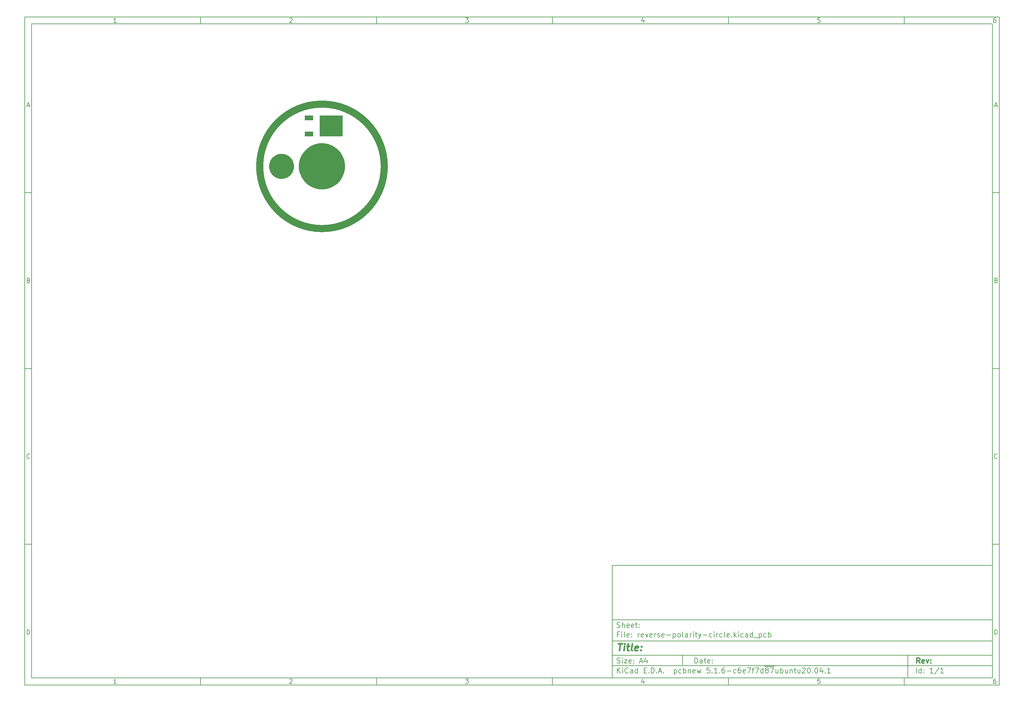
<source format=gbr>
G04 #@! TF.GenerationSoftware,KiCad,Pcbnew,5.1.6-c6e7f7d~87~ubuntu20.04.1*
G04 #@! TF.CreationDate,2020-08-14T09:14:16+02:00*
G04 #@! TF.ProjectId,reverse-polarity-circle,72657665-7273-4652-9d70-6f6c61726974,rev?*
G04 #@! TF.SameCoordinates,Original*
G04 #@! TF.FileFunction,Soldermask,Top*
G04 #@! TF.FilePolarity,Negative*
%FSLAX46Y46*%
G04 Gerber Fmt 4.6, Leading zero omitted, Abs format (unit mm)*
G04 Created by KiCad (PCBNEW 5.1.6-c6e7f7d~87~ubuntu20.04.1) date 2020-08-14 09:14:16*
%MOMM*%
%LPD*%
G01*
G04 APERTURE LIST*
%ADD10C,0.100000*%
%ADD11C,0.150000*%
%ADD12C,0.300000*%
%ADD13C,0.400000*%
%ADD14C,2.000000*%
G04 APERTURE END LIST*
D10*
D11*
X177002200Y-166007200D02*
X177002200Y-198007200D01*
X285002200Y-198007200D01*
X285002200Y-166007200D01*
X177002200Y-166007200D01*
D10*
D11*
X10000000Y-10000000D02*
X10000000Y-200007200D01*
X287002200Y-200007200D01*
X287002200Y-10000000D01*
X10000000Y-10000000D01*
D10*
D11*
X12000000Y-12000000D02*
X12000000Y-198007200D01*
X285002200Y-198007200D01*
X285002200Y-12000000D01*
X12000000Y-12000000D01*
D10*
D11*
X60000000Y-12000000D02*
X60000000Y-10000000D01*
D10*
D11*
X110000000Y-12000000D02*
X110000000Y-10000000D01*
D10*
D11*
X160000000Y-12000000D02*
X160000000Y-10000000D01*
D10*
D11*
X210000000Y-12000000D02*
X210000000Y-10000000D01*
D10*
D11*
X260000000Y-12000000D02*
X260000000Y-10000000D01*
D10*
D11*
X36065476Y-11588095D02*
X35322619Y-11588095D01*
X35694047Y-11588095D02*
X35694047Y-10288095D01*
X35570238Y-10473809D01*
X35446428Y-10597619D01*
X35322619Y-10659523D01*
D10*
D11*
X85322619Y-10411904D02*
X85384523Y-10350000D01*
X85508333Y-10288095D01*
X85817857Y-10288095D01*
X85941666Y-10350000D01*
X86003571Y-10411904D01*
X86065476Y-10535714D01*
X86065476Y-10659523D01*
X86003571Y-10845238D01*
X85260714Y-11588095D01*
X86065476Y-11588095D01*
D10*
D11*
X135260714Y-10288095D02*
X136065476Y-10288095D01*
X135632142Y-10783333D01*
X135817857Y-10783333D01*
X135941666Y-10845238D01*
X136003571Y-10907142D01*
X136065476Y-11030952D01*
X136065476Y-11340476D01*
X136003571Y-11464285D01*
X135941666Y-11526190D01*
X135817857Y-11588095D01*
X135446428Y-11588095D01*
X135322619Y-11526190D01*
X135260714Y-11464285D01*
D10*
D11*
X185941666Y-10721428D02*
X185941666Y-11588095D01*
X185632142Y-10226190D02*
X185322619Y-11154761D01*
X186127380Y-11154761D01*
D10*
D11*
X236003571Y-10288095D02*
X235384523Y-10288095D01*
X235322619Y-10907142D01*
X235384523Y-10845238D01*
X235508333Y-10783333D01*
X235817857Y-10783333D01*
X235941666Y-10845238D01*
X236003571Y-10907142D01*
X236065476Y-11030952D01*
X236065476Y-11340476D01*
X236003571Y-11464285D01*
X235941666Y-11526190D01*
X235817857Y-11588095D01*
X235508333Y-11588095D01*
X235384523Y-11526190D01*
X235322619Y-11464285D01*
D10*
D11*
X285941666Y-10288095D02*
X285694047Y-10288095D01*
X285570238Y-10350000D01*
X285508333Y-10411904D01*
X285384523Y-10597619D01*
X285322619Y-10845238D01*
X285322619Y-11340476D01*
X285384523Y-11464285D01*
X285446428Y-11526190D01*
X285570238Y-11588095D01*
X285817857Y-11588095D01*
X285941666Y-11526190D01*
X286003571Y-11464285D01*
X286065476Y-11340476D01*
X286065476Y-11030952D01*
X286003571Y-10907142D01*
X285941666Y-10845238D01*
X285817857Y-10783333D01*
X285570238Y-10783333D01*
X285446428Y-10845238D01*
X285384523Y-10907142D01*
X285322619Y-11030952D01*
D10*
D11*
X60000000Y-198007200D02*
X60000000Y-200007200D01*
D10*
D11*
X110000000Y-198007200D02*
X110000000Y-200007200D01*
D10*
D11*
X160000000Y-198007200D02*
X160000000Y-200007200D01*
D10*
D11*
X210000000Y-198007200D02*
X210000000Y-200007200D01*
D10*
D11*
X260000000Y-198007200D02*
X260000000Y-200007200D01*
D10*
D11*
X36065476Y-199595295D02*
X35322619Y-199595295D01*
X35694047Y-199595295D02*
X35694047Y-198295295D01*
X35570238Y-198481009D01*
X35446428Y-198604819D01*
X35322619Y-198666723D01*
D10*
D11*
X85322619Y-198419104D02*
X85384523Y-198357200D01*
X85508333Y-198295295D01*
X85817857Y-198295295D01*
X85941666Y-198357200D01*
X86003571Y-198419104D01*
X86065476Y-198542914D01*
X86065476Y-198666723D01*
X86003571Y-198852438D01*
X85260714Y-199595295D01*
X86065476Y-199595295D01*
D10*
D11*
X135260714Y-198295295D02*
X136065476Y-198295295D01*
X135632142Y-198790533D01*
X135817857Y-198790533D01*
X135941666Y-198852438D01*
X136003571Y-198914342D01*
X136065476Y-199038152D01*
X136065476Y-199347676D01*
X136003571Y-199471485D01*
X135941666Y-199533390D01*
X135817857Y-199595295D01*
X135446428Y-199595295D01*
X135322619Y-199533390D01*
X135260714Y-199471485D01*
D10*
D11*
X185941666Y-198728628D02*
X185941666Y-199595295D01*
X185632142Y-198233390D02*
X185322619Y-199161961D01*
X186127380Y-199161961D01*
D10*
D11*
X236003571Y-198295295D02*
X235384523Y-198295295D01*
X235322619Y-198914342D01*
X235384523Y-198852438D01*
X235508333Y-198790533D01*
X235817857Y-198790533D01*
X235941666Y-198852438D01*
X236003571Y-198914342D01*
X236065476Y-199038152D01*
X236065476Y-199347676D01*
X236003571Y-199471485D01*
X235941666Y-199533390D01*
X235817857Y-199595295D01*
X235508333Y-199595295D01*
X235384523Y-199533390D01*
X235322619Y-199471485D01*
D10*
D11*
X285941666Y-198295295D02*
X285694047Y-198295295D01*
X285570238Y-198357200D01*
X285508333Y-198419104D01*
X285384523Y-198604819D01*
X285322619Y-198852438D01*
X285322619Y-199347676D01*
X285384523Y-199471485D01*
X285446428Y-199533390D01*
X285570238Y-199595295D01*
X285817857Y-199595295D01*
X285941666Y-199533390D01*
X286003571Y-199471485D01*
X286065476Y-199347676D01*
X286065476Y-199038152D01*
X286003571Y-198914342D01*
X285941666Y-198852438D01*
X285817857Y-198790533D01*
X285570238Y-198790533D01*
X285446428Y-198852438D01*
X285384523Y-198914342D01*
X285322619Y-199038152D01*
D10*
D11*
X10000000Y-60000000D02*
X12000000Y-60000000D01*
D10*
D11*
X10000000Y-110000000D02*
X12000000Y-110000000D01*
D10*
D11*
X10000000Y-160000000D02*
X12000000Y-160000000D01*
D10*
D11*
X10690476Y-35216666D02*
X11309523Y-35216666D01*
X10566666Y-35588095D02*
X11000000Y-34288095D01*
X11433333Y-35588095D01*
D10*
D11*
X11092857Y-84907142D02*
X11278571Y-84969047D01*
X11340476Y-85030952D01*
X11402380Y-85154761D01*
X11402380Y-85340476D01*
X11340476Y-85464285D01*
X11278571Y-85526190D01*
X11154761Y-85588095D01*
X10659523Y-85588095D01*
X10659523Y-84288095D01*
X11092857Y-84288095D01*
X11216666Y-84350000D01*
X11278571Y-84411904D01*
X11340476Y-84535714D01*
X11340476Y-84659523D01*
X11278571Y-84783333D01*
X11216666Y-84845238D01*
X11092857Y-84907142D01*
X10659523Y-84907142D01*
D10*
D11*
X11402380Y-135464285D02*
X11340476Y-135526190D01*
X11154761Y-135588095D01*
X11030952Y-135588095D01*
X10845238Y-135526190D01*
X10721428Y-135402380D01*
X10659523Y-135278571D01*
X10597619Y-135030952D01*
X10597619Y-134845238D01*
X10659523Y-134597619D01*
X10721428Y-134473809D01*
X10845238Y-134350000D01*
X11030952Y-134288095D01*
X11154761Y-134288095D01*
X11340476Y-134350000D01*
X11402380Y-134411904D01*
D10*
D11*
X10659523Y-185588095D02*
X10659523Y-184288095D01*
X10969047Y-184288095D01*
X11154761Y-184350000D01*
X11278571Y-184473809D01*
X11340476Y-184597619D01*
X11402380Y-184845238D01*
X11402380Y-185030952D01*
X11340476Y-185278571D01*
X11278571Y-185402380D01*
X11154761Y-185526190D01*
X10969047Y-185588095D01*
X10659523Y-185588095D01*
D10*
D11*
X287002200Y-60000000D02*
X285002200Y-60000000D01*
D10*
D11*
X287002200Y-110000000D02*
X285002200Y-110000000D01*
D10*
D11*
X287002200Y-160000000D02*
X285002200Y-160000000D01*
D10*
D11*
X285692676Y-35216666D02*
X286311723Y-35216666D01*
X285568866Y-35588095D02*
X286002200Y-34288095D01*
X286435533Y-35588095D01*
D10*
D11*
X286095057Y-84907142D02*
X286280771Y-84969047D01*
X286342676Y-85030952D01*
X286404580Y-85154761D01*
X286404580Y-85340476D01*
X286342676Y-85464285D01*
X286280771Y-85526190D01*
X286156961Y-85588095D01*
X285661723Y-85588095D01*
X285661723Y-84288095D01*
X286095057Y-84288095D01*
X286218866Y-84350000D01*
X286280771Y-84411904D01*
X286342676Y-84535714D01*
X286342676Y-84659523D01*
X286280771Y-84783333D01*
X286218866Y-84845238D01*
X286095057Y-84907142D01*
X285661723Y-84907142D01*
D10*
D11*
X286404580Y-135464285D02*
X286342676Y-135526190D01*
X286156961Y-135588095D01*
X286033152Y-135588095D01*
X285847438Y-135526190D01*
X285723628Y-135402380D01*
X285661723Y-135278571D01*
X285599819Y-135030952D01*
X285599819Y-134845238D01*
X285661723Y-134597619D01*
X285723628Y-134473809D01*
X285847438Y-134350000D01*
X286033152Y-134288095D01*
X286156961Y-134288095D01*
X286342676Y-134350000D01*
X286404580Y-134411904D01*
D10*
D11*
X285661723Y-185588095D02*
X285661723Y-184288095D01*
X285971247Y-184288095D01*
X286156961Y-184350000D01*
X286280771Y-184473809D01*
X286342676Y-184597619D01*
X286404580Y-184845238D01*
X286404580Y-185030952D01*
X286342676Y-185278571D01*
X286280771Y-185402380D01*
X286156961Y-185526190D01*
X285971247Y-185588095D01*
X285661723Y-185588095D01*
D10*
D11*
X200434342Y-193785771D02*
X200434342Y-192285771D01*
X200791485Y-192285771D01*
X201005771Y-192357200D01*
X201148628Y-192500057D01*
X201220057Y-192642914D01*
X201291485Y-192928628D01*
X201291485Y-193142914D01*
X201220057Y-193428628D01*
X201148628Y-193571485D01*
X201005771Y-193714342D01*
X200791485Y-193785771D01*
X200434342Y-193785771D01*
X202577200Y-193785771D02*
X202577200Y-193000057D01*
X202505771Y-192857200D01*
X202362914Y-192785771D01*
X202077200Y-192785771D01*
X201934342Y-192857200D01*
X202577200Y-193714342D02*
X202434342Y-193785771D01*
X202077200Y-193785771D01*
X201934342Y-193714342D01*
X201862914Y-193571485D01*
X201862914Y-193428628D01*
X201934342Y-193285771D01*
X202077200Y-193214342D01*
X202434342Y-193214342D01*
X202577200Y-193142914D01*
X203077200Y-192785771D02*
X203648628Y-192785771D01*
X203291485Y-192285771D02*
X203291485Y-193571485D01*
X203362914Y-193714342D01*
X203505771Y-193785771D01*
X203648628Y-193785771D01*
X204720057Y-193714342D02*
X204577200Y-193785771D01*
X204291485Y-193785771D01*
X204148628Y-193714342D01*
X204077200Y-193571485D01*
X204077200Y-193000057D01*
X204148628Y-192857200D01*
X204291485Y-192785771D01*
X204577200Y-192785771D01*
X204720057Y-192857200D01*
X204791485Y-193000057D01*
X204791485Y-193142914D01*
X204077200Y-193285771D01*
X205434342Y-193642914D02*
X205505771Y-193714342D01*
X205434342Y-193785771D01*
X205362914Y-193714342D01*
X205434342Y-193642914D01*
X205434342Y-193785771D01*
X205434342Y-192857200D02*
X205505771Y-192928628D01*
X205434342Y-193000057D01*
X205362914Y-192928628D01*
X205434342Y-192857200D01*
X205434342Y-193000057D01*
D10*
D11*
X177002200Y-194507200D02*
X285002200Y-194507200D01*
D10*
D11*
X178434342Y-196585771D02*
X178434342Y-195085771D01*
X179291485Y-196585771D02*
X178648628Y-195728628D01*
X179291485Y-195085771D02*
X178434342Y-195942914D01*
X179934342Y-196585771D02*
X179934342Y-195585771D01*
X179934342Y-195085771D02*
X179862914Y-195157200D01*
X179934342Y-195228628D01*
X180005771Y-195157200D01*
X179934342Y-195085771D01*
X179934342Y-195228628D01*
X181505771Y-196442914D02*
X181434342Y-196514342D01*
X181220057Y-196585771D01*
X181077200Y-196585771D01*
X180862914Y-196514342D01*
X180720057Y-196371485D01*
X180648628Y-196228628D01*
X180577200Y-195942914D01*
X180577200Y-195728628D01*
X180648628Y-195442914D01*
X180720057Y-195300057D01*
X180862914Y-195157200D01*
X181077200Y-195085771D01*
X181220057Y-195085771D01*
X181434342Y-195157200D01*
X181505771Y-195228628D01*
X182791485Y-196585771D02*
X182791485Y-195800057D01*
X182720057Y-195657200D01*
X182577200Y-195585771D01*
X182291485Y-195585771D01*
X182148628Y-195657200D01*
X182791485Y-196514342D02*
X182648628Y-196585771D01*
X182291485Y-196585771D01*
X182148628Y-196514342D01*
X182077200Y-196371485D01*
X182077200Y-196228628D01*
X182148628Y-196085771D01*
X182291485Y-196014342D01*
X182648628Y-196014342D01*
X182791485Y-195942914D01*
X184148628Y-196585771D02*
X184148628Y-195085771D01*
X184148628Y-196514342D02*
X184005771Y-196585771D01*
X183720057Y-196585771D01*
X183577200Y-196514342D01*
X183505771Y-196442914D01*
X183434342Y-196300057D01*
X183434342Y-195871485D01*
X183505771Y-195728628D01*
X183577200Y-195657200D01*
X183720057Y-195585771D01*
X184005771Y-195585771D01*
X184148628Y-195657200D01*
X186005771Y-195800057D02*
X186505771Y-195800057D01*
X186720057Y-196585771D02*
X186005771Y-196585771D01*
X186005771Y-195085771D01*
X186720057Y-195085771D01*
X187362914Y-196442914D02*
X187434342Y-196514342D01*
X187362914Y-196585771D01*
X187291485Y-196514342D01*
X187362914Y-196442914D01*
X187362914Y-196585771D01*
X188077200Y-196585771D02*
X188077200Y-195085771D01*
X188434342Y-195085771D01*
X188648628Y-195157200D01*
X188791485Y-195300057D01*
X188862914Y-195442914D01*
X188934342Y-195728628D01*
X188934342Y-195942914D01*
X188862914Y-196228628D01*
X188791485Y-196371485D01*
X188648628Y-196514342D01*
X188434342Y-196585771D01*
X188077200Y-196585771D01*
X189577200Y-196442914D02*
X189648628Y-196514342D01*
X189577200Y-196585771D01*
X189505771Y-196514342D01*
X189577200Y-196442914D01*
X189577200Y-196585771D01*
X190220057Y-196157200D02*
X190934342Y-196157200D01*
X190077200Y-196585771D02*
X190577200Y-195085771D01*
X191077200Y-196585771D01*
X191577200Y-196442914D02*
X191648628Y-196514342D01*
X191577200Y-196585771D01*
X191505771Y-196514342D01*
X191577200Y-196442914D01*
X191577200Y-196585771D01*
X194577200Y-195585771D02*
X194577200Y-197085771D01*
X194577200Y-195657200D02*
X194720057Y-195585771D01*
X195005771Y-195585771D01*
X195148628Y-195657200D01*
X195220057Y-195728628D01*
X195291485Y-195871485D01*
X195291485Y-196300057D01*
X195220057Y-196442914D01*
X195148628Y-196514342D01*
X195005771Y-196585771D01*
X194720057Y-196585771D01*
X194577200Y-196514342D01*
X196577200Y-196514342D02*
X196434342Y-196585771D01*
X196148628Y-196585771D01*
X196005771Y-196514342D01*
X195934342Y-196442914D01*
X195862914Y-196300057D01*
X195862914Y-195871485D01*
X195934342Y-195728628D01*
X196005771Y-195657200D01*
X196148628Y-195585771D01*
X196434342Y-195585771D01*
X196577200Y-195657200D01*
X197220057Y-196585771D02*
X197220057Y-195085771D01*
X197220057Y-195657200D02*
X197362914Y-195585771D01*
X197648628Y-195585771D01*
X197791485Y-195657200D01*
X197862914Y-195728628D01*
X197934342Y-195871485D01*
X197934342Y-196300057D01*
X197862914Y-196442914D01*
X197791485Y-196514342D01*
X197648628Y-196585771D01*
X197362914Y-196585771D01*
X197220057Y-196514342D01*
X198577200Y-195585771D02*
X198577200Y-196585771D01*
X198577200Y-195728628D02*
X198648628Y-195657200D01*
X198791485Y-195585771D01*
X199005771Y-195585771D01*
X199148628Y-195657200D01*
X199220057Y-195800057D01*
X199220057Y-196585771D01*
X200505771Y-196514342D02*
X200362914Y-196585771D01*
X200077200Y-196585771D01*
X199934342Y-196514342D01*
X199862914Y-196371485D01*
X199862914Y-195800057D01*
X199934342Y-195657200D01*
X200077200Y-195585771D01*
X200362914Y-195585771D01*
X200505771Y-195657200D01*
X200577200Y-195800057D01*
X200577200Y-195942914D01*
X199862914Y-196085771D01*
X201077200Y-195585771D02*
X201362914Y-196585771D01*
X201648628Y-195871485D01*
X201934342Y-196585771D01*
X202220057Y-195585771D01*
X204648628Y-195085771D02*
X203934342Y-195085771D01*
X203862914Y-195800057D01*
X203934342Y-195728628D01*
X204077200Y-195657200D01*
X204434342Y-195657200D01*
X204577200Y-195728628D01*
X204648628Y-195800057D01*
X204720057Y-195942914D01*
X204720057Y-196300057D01*
X204648628Y-196442914D01*
X204577200Y-196514342D01*
X204434342Y-196585771D01*
X204077200Y-196585771D01*
X203934342Y-196514342D01*
X203862914Y-196442914D01*
X205362914Y-196442914D02*
X205434342Y-196514342D01*
X205362914Y-196585771D01*
X205291485Y-196514342D01*
X205362914Y-196442914D01*
X205362914Y-196585771D01*
X206862914Y-196585771D02*
X206005771Y-196585771D01*
X206434342Y-196585771D02*
X206434342Y-195085771D01*
X206291485Y-195300057D01*
X206148628Y-195442914D01*
X206005771Y-195514342D01*
X207505771Y-196442914D02*
X207577200Y-196514342D01*
X207505771Y-196585771D01*
X207434342Y-196514342D01*
X207505771Y-196442914D01*
X207505771Y-196585771D01*
X208862914Y-195085771D02*
X208577200Y-195085771D01*
X208434342Y-195157200D01*
X208362914Y-195228628D01*
X208220057Y-195442914D01*
X208148628Y-195728628D01*
X208148628Y-196300057D01*
X208220057Y-196442914D01*
X208291485Y-196514342D01*
X208434342Y-196585771D01*
X208720057Y-196585771D01*
X208862914Y-196514342D01*
X208934342Y-196442914D01*
X209005771Y-196300057D01*
X209005771Y-195942914D01*
X208934342Y-195800057D01*
X208862914Y-195728628D01*
X208720057Y-195657200D01*
X208434342Y-195657200D01*
X208291485Y-195728628D01*
X208220057Y-195800057D01*
X208148628Y-195942914D01*
X209648628Y-196014342D02*
X210791485Y-196014342D01*
X212148628Y-196514342D02*
X212005771Y-196585771D01*
X211720057Y-196585771D01*
X211577200Y-196514342D01*
X211505771Y-196442914D01*
X211434342Y-196300057D01*
X211434342Y-195871485D01*
X211505771Y-195728628D01*
X211577200Y-195657200D01*
X211720057Y-195585771D01*
X212005771Y-195585771D01*
X212148628Y-195657200D01*
X213434342Y-195085771D02*
X213148628Y-195085771D01*
X213005771Y-195157200D01*
X212934342Y-195228628D01*
X212791485Y-195442914D01*
X212720057Y-195728628D01*
X212720057Y-196300057D01*
X212791485Y-196442914D01*
X212862914Y-196514342D01*
X213005771Y-196585771D01*
X213291485Y-196585771D01*
X213434342Y-196514342D01*
X213505771Y-196442914D01*
X213577200Y-196300057D01*
X213577200Y-195942914D01*
X213505771Y-195800057D01*
X213434342Y-195728628D01*
X213291485Y-195657200D01*
X213005771Y-195657200D01*
X212862914Y-195728628D01*
X212791485Y-195800057D01*
X212720057Y-195942914D01*
X214791485Y-196514342D02*
X214648628Y-196585771D01*
X214362914Y-196585771D01*
X214220057Y-196514342D01*
X214148628Y-196371485D01*
X214148628Y-195800057D01*
X214220057Y-195657200D01*
X214362914Y-195585771D01*
X214648628Y-195585771D01*
X214791485Y-195657200D01*
X214862914Y-195800057D01*
X214862914Y-195942914D01*
X214148628Y-196085771D01*
X215362914Y-195085771D02*
X216362914Y-195085771D01*
X215720057Y-196585771D01*
X216720057Y-195585771D02*
X217291485Y-195585771D01*
X216934342Y-196585771D02*
X216934342Y-195300057D01*
X217005771Y-195157200D01*
X217148628Y-195085771D01*
X217291485Y-195085771D01*
X217648628Y-195085771D02*
X218648628Y-195085771D01*
X218005771Y-196585771D01*
X219862914Y-196585771D02*
X219862914Y-195085771D01*
X219862914Y-196514342D02*
X219720057Y-196585771D01*
X219434342Y-196585771D01*
X219291485Y-196514342D01*
X219220057Y-196442914D01*
X219148628Y-196300057D01*
X219148628Y-195871485D01*
X219220057Y-195728628D01*
X219291485Y-195657200D01*
X219434342Y-195585771D01*
X219720057Y-195585771D01*
X219862914Y-195657200D01*
X220220057Y-194677200D02*
X221648628Y-194677200D01*
X220791485Y-195728628D02*
X220648628Y-195657200D01*
X220577200Y-195585771D01*
X220505771Y-195442914D01*
X220505771Y-195371485D01*
X220577200Y-195228628D01*
X220648628Y-195157200D01*
X220791485Y-195085771D01*
X221077200Y-195085771D01*
X221220057Y-195157200D01*
X221291485Y-195228628D01*
X221362914Y-195371485D01*
X221362914Y-195442914D01*
X221291485Y-195585771D01*
X221220057Y-195657200D01*
X221077200Y-195728628D01*
X220791485Y-195728628D01*
X220648628Y-195800057D01*
X220577200Y-195871485D01*
X220505771Y-196014342D01*
X220505771Y-196300057D01*
X220577200Y-196442914D01*
X220648628Y-196514342D01*
X220791485Y-196585771D01*
X221077200Y-196585771D01*
X221220057Y-196514342D01*
X221291485Y-196442914D01*
X221362914Y-196300057D01*
X221362914Y-196014342D01*
X221291485Y-195871485D01*
X221220057Y-195800057D01*
X221077200Y-195728628D01*
X221648628Y-194677200D02*
X223077200Y-194677200D01*
X221862914Y-195085771D02*
X222862914Y-195085771D01*
X222220057Y-196585771D01*
X224077200Y-195585771D02*
X224077200Y-196585771D01*
X223434342Y-195585771D02*
X223434342Y-196371485D01*
X223505771Y-196514342D01*
X223648628Y-196585771D01*
X223862914Y-196585771D01*
X224005771Y-196514342D01*
X224077200Y-196442914D01*
X224791485Y-196585771D02*
X224791485Y-195085771D01*
X224791485Y-195657200D02*
X224934342Y-195585771D01*
X225220057Y-195585771D01*
X225362914Y-195657200D01*
X225434342Y-195728628D01*
X225505771Y-195871485D01*
X225505771Y-196300057D01*
X225434342Y-196442914D01*
X225362914Y-196514342D01*
X225220057Y-196585771D01*
X224934342Y-196585771D01*
X224791485Y-196514342D01*
X226791485Y-195585771D02*
X226791485Y-196585771D01*
X226148628Y-195585771D02*
X226148628Y-196371485D01*
X226220057Y-196514342D01*
X226362914Y-196585771D01*
X226577200Y-196585771D01*
X226720057Y-196514342D01*
X226791485Y-196442914D01*
X227505771Y-195585771D02*
X227505771Y-196585771D01*
X227505771Y-195728628D02*
X227577200Y-195657200D01*
X227720057Y-195585771D01*
X227934342Y-195585771D01*
X228077200Y-195657200D01*
X228148628Y-195800057D01*
X228148628Y-196585771D01*
X228648628Y-195585771D02*
X229220057Y-195585771D01*
X228862914Y-195085771D02*
X228862914Y-196371485D01*
X228934342Y-196514342D01*
X229077200Y-196585771D01*
X229220057Y-196585771D01*
X230362914Y-195585771D02*
X230362914Y-196585771D01*
X229720057Y-195585771D02*
X229720057Y-196371485D01*
X229791485Y-196514342D01*
X229934342Y-196585771D01*
X230148628Y-196585771D01*
X230291485Y-196514342D01*
X230362914Y-196442914D01*
X231005771Y-195228628D02*
X231077200Y-195157200D01*
X231220057Y-195085771D01*
X231577200Y-195085771D01*
X231720057Y-195157200D01*
X231791485Y-195228628D01*
X231862914Y-195371485D01*
X231862914Y-195514342D01*
X231791485Y-195728628D01*
X230934342Y-196585771D01*
X231862914Y-196585771D01*
X232791485Y-195085771D02*
X232934342Y-195085771D01*
X233077200Y-195157200D01*
X233148628Y-195228628D01*
X233220057Y-195371485D01*
X233291485Y-195657200D01*
X233291485Y-196014342D01*
X233220057Y-196300057D01*
X233148628Y-196442914D01*
X233077200Y-196514342D01*
X232934342Y-196585771D01*
X232791485Y-196585771D01*
X232648628Y-196514342D01*
X232577200Y-196442914D01*
X232505771Y-196300057D01*
X232434342Y-196014342D01*
X232434342Y-195657200D01*
X232505771Y-195371485D01*
X232577200Y-195228628D01*
X232648628Y-195157200D01*
X232791485Y-195085771D01*
X233934342Y-196442914D02*
X234005771Y-196514342D01*
X233934342Y-196585771D01*
X233862914Y-196514342D01*
X233934342Y-196442914D01*
X233934342Y-196585771D01*
X234934342Y-195085771D02*
X235077200Y-195085771D01*
X235220057Y-195157200D01*
X235291485Y-195228628D01*
X235362914Y-195371485D01*
X235434342Y-195657200D01*
X235434342Y-196014342D01*
X235362914Y-196300057D01*
X235291485Y-196442914D01*
X235220057Y-196514342D01*
X235077200Y-196585771D01*
X234934342Y-196585771D01*
X234791485Y-196514342D01*
X234720057Y-196442914D01*
X234648628Y-196300057D01*
X234577200Y-196014342D01*
X234577200Y-195657200D01*
X234648628Y-195371485D01*
X234720057Y-195228628D01*
X234791485Y-195157200D01*
X234934342Y-195085771D01*
X236720057Y-195585771D02*
X236720057Y-196585771D01*
X236362914Y-195014342D02*
X236005771Y-196085771D01*
X236934342Y-196085771D01*
X237505771Y-196442914D02*
X237577199Y-196514342D01*
X237505771Y-196585771D01*
X237434342Y-196514342D01*
X237505771Y-196442914D01*
X237505771Y-196585771D01*
X239005771Y-196585771D02*
X238148628Y-196585771D01*
X238577200Y-196585771D02*
X238577200Y-195085771D01*
X238434342Y-195300057D01*
X238291485Y-195442914D01*
X238148628Y-195514342D01*
D10*
D11*
X177002200Y-191507200D02*
X285002200Y-191507200D01*
D10*
D12*
X264411485Y-193785771D02*
X263911485Y-193071485D01*
X263554342Y-193785771D02*
X263554342Y-192285771D01*
X264125771Y-192285771D01*
X264268628Y-192357200D01*
X264340057Y-192428628D01*
X264411485Y-192571485D01*
X264411485Y-192785771D01*
X264340057Y-192928628D01*
X264268628Y-193000057D01*
X264125771Y-193071485D01*
X263554342Y-193071485D01*
X265625771Y-193714342D02*
X265482914Y-193785771D01*
X265197200Y-193785771D01*
X265054342Y-193714342D01*
X264982914Y-193571485D01*
X264982914Y-193000057D01*
X265054342Y-192857200D01*
X265197200Y-192785771D01*
X265482914Y-192785771D01*
X265625771Y-192857200D01*
X265697200Y-193000057D01*
X265697200Y-193142914D01*
X264982914Y-193285771D01*
X266197200Y-192785771D02*
X266554342Y-193785771D01*
X266911485Y-192785771D01*
X267482914Y-193642914D02*
X267554342Y-193714342D01*
X267482914Y-193785771D01*
X267411485Y-193714342D01*
X267482914Y-193642914D01*
X267482914Y-193785771D01*
X267482914Y-192857200D02*
X267554342Y-192928628D01*
X267482914Y-193000057D01*
X267411485Y-192928628D01*
X267482914Y-192857200D01*
X267482914Y-193000057D01*
D10*
D11*
X178362914Y-193714342D02*
X178577200Y-193785771D01*
X178934342Y-193785771D01*
X179077200Y-193714342D01*
X179148628Y-193642914D01*
X179220057Y-193500057D01*
X179220057Y-193357200D01*
X179148628Y-193214342D01*
X179077200Y-193142914D01*
X178934342Y-193071485D01*
X178648628Y-193000057D01*
X178505771Y-192928628D01*
X178434342Y-192857200D01*
X178362914Y-192714342D01*
X178362914Y-192571485D01*
X178434342Y-192428628D01*
X178505771Y-192357200D01*
X178648628Y-192285771D01*
X179005771Y-192285771D01*
X179220057Y-192357200D01*
X179862914Y-193785771D02*
X179862914Y-192785771D01*
X179862914Y-192285771D02*
X179791485Y-192357200D01*
X179862914Y-192428628D01*
X179934342Y-192357200D01*
X179862914Y-192285771D01*
X179862914Y-192428628D01*
X180434342Y-192785771D02*
X181220057Y-192785771D01*
X180434342Y-193785771D01*
X181220057Y-193785771D01*
X182362914Y-193714342D02*
X182220057Y-193785771D01*
X181934342Y-193785771D01*
X181791485Y-193714342D01*
X181720057Y-193571485D01*
X181720057Y-193000057D01*
X181791485Y-192857200D01*
X181934342Y-192785771D01*
X182220057Y-192785771D01*
X182362914Y-192857200D01*
X182434342Y-193000057D01*
X182434342Y-193142914D01*
X181720057Y-193285771D01*
X183077200Y-193642914D02*
X183148628Y-193714342D01*
X183077200Y-193785771D01*
X183005771Y-193714342D01*
X183077200Y-193642914D01*
X183077200Y-193785771D01*
X183077200Y-192857200D02*
X183148628Y-192928628D01*
X183077200Y-193000057D01*
X183005771Y-192928628D01*
X183077200Y-192857200D01*
X183077200Y-193000057D01*
X184862914Y-193357200D02*
X185577200Y-193357200D01*
X184720057Y-193785771D02*
X185220057Y-192285771D01*
X185720057Y-193785771D01*
X186862914Y-192785771D02*
X186862914Y-193785771D01*
X186505771Y-192214342D02*
X186148628Y-193285771D01*
X187077200Y-193285771D01*
D10*
D11*
X263434342Y-196585771D02*
X263434342Y-195085771D01*
X264791485Y-196585771D02*
X264791485Y-195085771D01*
X264791485Y-196514342D02*
X264648628Y-196585771D01*
X264362914Y-196585771D01*
X264220057Y-196514342D01*
X264148628Y-196442914D01*
X264077200Y-196300057D01*
X264077200Y-195871485D01*
X264148628Y-195728628D01*
X264220057Y-195657200D01*
X264362914Y-195585771D01*
X264648628Y-195585771D01*
X264791485Y-195657200D01*
X265505771Y-196442914D02*
X265577200Y-196514342D01*
X265505771Y-196585771D01*
X265434342Y-196514342D01*
X265505771Y-196442914D01*
X265505771Y-196585771D01*
X265505771Y-195657200D02*
X265577200Y-195728628D01*
X265505771Y-195800057D01*
X265434342Y-195728628D01*
X265505771Y-195657200D01*
X265505771Y-195800057D01*
X268148628Y-196585771D02*
X267291485Y-196585771D01*
X267720057Y-196585771D02*
X267720057Y-195085771D01*
X267577200Y-195300057D01*
X267434342Y-195442914D01*
X267291485Y-195514342D01*
X269862914Y-195014342D02*
X268577200Y-196942914D01*
X271148628Y-196585771D02*
X270291485Y-196585771D01*
X270720057Y-196585771D02*
X270720057Y-195085771D01*
X270577200Y-195300057D01*
X270434342Y-195442914D01*
X270291485Y-195514342D01*
D10*
D11*
X177002200Y-187507200D02*
X285002200Y-187507200D01*
D10*
D13*
X178714580Y-188211961D02*
X179857438Y-188211961D01*
X179036009Y-190211961D02*
X179286009Y-188211961D01*
X180274104Y-190211961D02*
X180440771Y-188878628D01*
X180524104Y-188211961D02*
X180416961Y-188307200D01*
X180500295Y-188402438D01*
X180607438Y-188307200D01*
X180524104Y-188211961D01*
X180500295Y-188402438D01*
X181107438Y-188878628D02*
X181869342Y-188878628D01*
X181476485Y-188211961D02*
X181262200Y-189926247D01*
X181333628Y-190116723D01*
X181512200Y-190211961D01*
X181702676Y-190211961D01*
X182655057Y-190211961D02*
X182476485Y-190116723D01*
X182405057Y-189926247D01*
X182619342Y-188211961D01*
X184190771Y-190116723D02*
X183988390Y-190211961D01*
X183607438Y-190211961D01*
X183428866Y-190116723D01*
X183357438Y-189926247D01*
X183452676Y-189164342D01*
X183571723Y-188973866D01*
X183774104Y-188878628D01*
X184155057Y-188878628D01*
X184333628Y-188973866D01*
X184405057Y-189164342D01*
X184381247Y-189354819D01*
X183405057Y-189545295D01*
X185155057Y-190021485D02*
X185238390Y-190116723D01*
X185131247Y-190211961D01*
X185047914Y-190116723D01*
X185155057Y-190021485D01*
X185131247Y-190211961D01*
X185286009Y-188973866D02*
X185369342Y-189069104D01*
X185262200Y-189164342D01*
X185178866Y-189069104D01*
X185286009Y-188973866D01*
X185262200Y-189164342D01*
D10*
D11*
X178934342Y-185600057D02*
X178434342Y-185600057D01*
X178434342Y-186385771D02*
X178434342Y-184885771D01*
X179148628Y-184885771D01*
X179720057Y-186385771D02*
X179720057Y-185385771D01*
X179720057Y-184885771D02*
X179648628Y-184957200D01*
X179720057Y-185028628D01*
X179791485Y-184957200D01*
X179720057Y-184885771D01*
X179720057Y-185028628D01*
X180648628Y-186385771D02*
X180505771Y-186314342D01*
X180434342Y-186171485D01*
X180434342Y-184885771D01*
X181791485Y-186314342D02*
X181648628Y-186385771D01*
X181362914Y-186385771D01*
X181220057Y-186314342D01*
X181148628Y-186171485D01*
X181148628Y-185600057D01*
X181220057Y-185457200D01*
X181362914Y-185385771D01*
X181648628Y-185385771D01*
X181791485Y-185457200D01*
X181862914Y-185600057D01*
X181862914Y-185742914D01*
X181148628Y-185885771D01*
X182505771Y-186242914D02*
X182577200Y-186314342D01*
X182505771Y-186385771D01*
X182434342Y-186314342D01*
X182505771Y-186242914D01*
X182505771Y-186385771D01*
X182505771Y-185457200D02*
X182577200Y-185528628D01*
X182505771Y-185600057D01*
X182434342Y-185528628D01*
X182505771Y-185457200D01*
X182505771Y-185600057D01*
X184362914Y-186385771D02*
X184362914Y-185385771D01*
X184362914Y-185671485D02*
X184434342Y-185528628D01*
X184505771Y-185457200D01*
X184648628Y-185385771D01*
X184791485Y-185385771D01*
X185862914Y-186314342D02*
X185720057Y-186385771D01*
X185434342Y-186385771D01*
X185291485Y-186314342D01*
X185220057Y-186171485D01*
X185220057Y-185600057D01*
X185291485Y-185457200D01*
X185434342Y-185385771D01*
X185720057Y-185385771D01*
X185862914Y-185457200D01*
X185934342Y-185600057D01*
X185934342Y-185742914D01*
X185220057Y-185885771D01*
X186434342Y-185385771D02*
X186791485Y-186385771D01*
X187148628Y-185385771D01*
X188291485Y-186314342D02*
X188148628Y-186385771D01*
X187862914Y-186385771D01*
X187720057Y-186314342D01*
X187648628Y-186171485D01*
X187648628Y-185600057D01*
X187720057Y-185457200D01*
X187862914Y-185385771D01*
X188148628Y-185385771D01*
X188291485Y-185457200D01*
X188362914Y-185600057D01*
X188362914Y-185742914D01*
X187648628Y-185885771D01*
X189005771Y-186385771D02*
X189005771Y-185385771D01*
X189005771Y-185671485D02*
X189077200Y-185528628D01*
X189148628Y-185457200D01*
X189291485Y-185385771D01*
X189434342Y-185385771D01*
X189862914Y-186314342D02*
X190005771Y-186385771D01*
X190291485Y-186385771D01*
X190434342Y-186314342D01*
X190505771Y-186171485D01*
X190505771Y-186100057D01*
X190434342Y-185957200D01*
X190291485Y-185885771D01*
X190077200Y-185885771D01*
X189934342Y-185814342D01*
X189862914Y-185671485D01*
X189862914Y-185600057D01*
X189934342Y-185457200D01*
X190077200Y-185385771D01*
X190291485Y-185385771D01*
X190434342Y-185457200D01*
X191720057Y-186314342D02*
X191577200Y-186385771D01*
X191291485Y-186385771D01*
X191148628Y-186314342D01*
X191077200Y-186171485D01*
X191077200Y-185600057D01*
X191148628Y-185457200D01*
X191291485Y-185385771D01*
X191577200Y-185385771D01*
X191720057Y-185457200D01*
X191791485Y-185600057D01*
X191791485Y-185742914D01*
X191077200Y-185885771D01*
X192434342Y-185814342D02*
X193577200Y-185814342D01*
X194291485Y-185385771D02*
X194291485Y-186885771D01*
X194291485Y-185457200D02*
X194434342Y-185385771D01*
X194720057Y-185385771D01*
X194862914Y-185457200D01*
X194934342Y-185528628D01*
X195005771Y-185671485D01*
X195005771Y-186100057D01*
X194934342Y-186242914D01*
X194862914Y-186314342D01*
X194720057Y-186385771D01*
X194434342Y-186385771D01*
X194291485Y-186314342D01*
X195862914Y-186385771D02*
X195720057Y-186314342D01*
X195648628Y-186242914D01*
X195577200Y-186100057D01*
X195577200Y-185671485D01*
X195648628Y-185528628D01*
X195720057Y-185457200D01*
X195862914Y-185385771D01*
X196077200Y-185385771D01*
X196220057Y-185457200D01*
X196291485Y-185528628D01*
X196362914Y-185671485D01*
X196362914Y-186100057D01*
X196291485Y-186242914D01*
X196220057Y-186314342D01*
X196077200Y-186385771D01*
X195862914Y-186385771D01*
X197220057Y-186385771D02*
X197077200Y-186314342D01*
X197005771Y-186171485D01*
X197005771Y-184885771D01*
X198434342Y-186385771D02*
X198434342Y-185600057D01*
X198362914Y-185457200D01*
X198220057Y-185385771D01*
X197934342Y-185385771D01*
X197791485Y-185457200D01*
X198434342Y-186314342D02*
X198291485Y-186385771D01*
X197934342Y-186385771D01*
X197791485Y-186314342D01*
X197720057Y-186171485D01*
X197720057Y-186028628D01*
X197791485Y-185885771D01*
X197934342Y-185814342D01*
X198291485Y-185814342D01*
X198434342Y-185742914D01*
X199148628Y-186385771D02*
X199148628Y-185385771D01*
X199148628Y-185671485D02*
X199220057Y-185528628D01*
X199291485Y-185457200D01*
X199434342Y-185385771D01*
X199577200Y-185385771D01*
X200077200Y-186385771D02*
X200077200Y-185385771D01*
X200077200Y-184885771D02*
X200005771Y-184957200D01*
X200077200Y-185028628D01*
X200148628Y-184957200D01*
X200077200Y-184885771D01*
X200077200Y-185028628D01*
X200577200Y-185385771D02*
X201148628Y-185385771D01*
X200791485Y-184885771D02*
X200791485Y-186171485D01*
X200862914Y-186314342D01*
X201005771Y-186385771D01*
X201148628Y-186385771D01*
X201505771Y-185385771D02*
X201862914Y-186385771D01*
X202220057Y-185385771D02*
X201862914Y-186385771D01*
X201720057Y-186742914D01*
X201648628Y-186814342D01*
X201505771Y-186885771D01*
X202791485Y-185814342D02*
X203934342Y-185814342D01*
X205291485Y-186314342D02*
X205148628Y-186385771D01*
X204862914Y-186385771D01*
X204720057Y-186314342D01*
X204648628Y-186242914D01*
X204577200Y-186100057D01*
X204577200Y-185671485D01*
X204648628Y-185528628D01*
X204720057Y-185457200D01*
X204862914Y-185385771D01*
X205148628Y-185385771D01*
X205291485Y-185457200D01*
X205934342Y-186385771D02*
X205934342Y-185385771D01*
X205934342Y-184885771D02*
X205862914Y-184957200D01*
X205934342Y-185028628D01*
X206005771Y-184957200D01*
X205934342Y-184885771D01*
X205934342Y-185028628D01*
X206648628Y-186385771D02*
X206648628Y-185385771D01*
X206648628Y-185671485D02*
X206720057Y-185528628D01*
X206791485Y-185457200D01*
X206934342Y-185385771D01*
X207077200Y-185385771D01*
X208220057Y-186314342D02*
X208077200Y-186385771D01*
X207791485Y-186385771D01*
X207648628Y-186314342D01*
X207577200Y-186242914D01*
X207505771Y-186100057D01*
X207505771Y-185671485D01*
X207577200Y-185528628D01*
X207648628Y-185457200D01*
X207791485Y-185385771D01*
X208077200Y-185385771D01*
X208220057Y-185457200D01*
X209077200Y-186385771D02*
X208934342Y-186314342D01*
X208862914Y-186171485D01*
X208862914Y-184885771D01*
X210220057Y-186314342D02*
X210077200Y-186385771D01*
X209791485Y-186385771D01*
X209648628Y-186314342D01*
X209577200Y-186171485D01*
X209577200Y-185600057D01*
X209648628Y-185457200D01*
X209791485Y-185385771D01*
X210077200Y-185385771D01*
X210220057Y-185457200D01*
X210291485Y-185600057D01*
X210291485Y-185742914D01*
X209577200Y-185885771D01*
X210934342Y-186242914D02*
X211005771Y-186314342D01*
X210934342Y-186385771D01*
X210862914Y-186314342D01*
X210934342Y-186242914D01*
X210934342Y-186385771D01*
X211648628Y-186385771D02*
X211648628Y-184885771D01*
X211791485Y-185814342D02*
X212220057Y-186385771D01*
X212220057Y-185385771D02*
X211648628Y-185957200D01*
X212862914Y-186385771D02*
X212862914Y-185385771D01*
X212862914Y-184885771D02*
X212791485Y-184957200D01*
X212862914Y-185028628D01*
X212934342Y-184957200D01*
X212862914Y-184885771D01*
X212862914Y-185028628D01*
X214220057Y-186314342D02*
X214077200Y-186385771D01*
X213791485Y-186385771D01*
X213648628Y-186314342D01*
X213577200Y-186242914D01*
X213505771Y-186100057D01*
X213505771Y-185671485D01*
X213577200Y-185528628D01*
X213648628Y-185457200D01*
X213791485Y-185385771D01*
X214077200Y-185385771D01*
X214220057Y-185457200D01*
X215505771Y-186385771D02*
X215505771Y-185600057D01*
X215434342Y-185457200D01*
X215291485Y-185385771D01*
X215005771Y-185385771D01*
X214862914Y-185457200D01*
X215505771Y-186314342D02*
X215362914Y-186385771D01*
X215005771Y-186385771D01*
X214862914Y-186314342D01*
X214791485Y-186171485D01*
X214791485Y-186028628D01*
X214862914Y-185885771D01*
X215005771Y-185814342D01*
X215362914Y-185814342D01*
X215505771Y-185742914D01*
X216862914Y-186385771D02*
X216862914Y-184885771D01*
X216862914Y-186314342D02*
X216720057Y-186385771D01*
X216434342Y-186385771D01*
X216291485Y-186314342D01*
X216220057Y-186242914D01*
X216148628Y-186100057D01*
X216148628Y-185671485D01*
X216220057Y-185528628D01*
X216291485Y-185457200D01*
X216434342Y-185385771D01*
X216720057Y-185385771D01*
X216862914Y-185457200D01*
X217220057Y-186528628D02*
X218362914Y-186528628D01*
X218720057Y-185385771D02*
X218720057Y-186885771D01*
X218720057Y-185457200D02*
X218862914Y-185385771D01*
X219148628Y-185385771D01*
X219291485Y-185457200D01*
X219362914Y-185528628D01*
X219434342Y-185671485D01*
X219434342Y-186100057D01*
X219362914Y-186242914D01*
X219291485Y-186314342D01*
X219148628Y-186385771D01*
X218862914Y-186385771D01*
X218720057Y-186314342D01*
X220720057Y-186314342D02*
X220577200Y-186385771D01*
X220291485Y-186385771D01*
X220148628Y-186314342D01*
X220077200Y-186242914D01*
X220005771Y-186100057D01*
X220005771Y-185671485D01*
X220077200Y-185528628D01*
X220148628Y-185457200D01*
X220291485Y-185385771D01*
X220577200Y-185385771D01*
X220720057Y-185457200D01*
X221362914Y-186385771D02*
X221362914Y-184885771D01*
X221362914Y-185457200D02*
X221505771Y-185385771D01*
X221791485Y-185385771D01*
X221934342Y-185457200D01*
X222005771Y-185528628D01*
X222077200Y-185671485D01*
X222077200Y-186100057D01*
X222005771Y-186242914D01*
X221934342Y-186314342D01*
X221791485Y-186385771D01*
X221505771Y-186385771D01*
X221362914Y-186314342D01*
D10*
D11*
X177002200Y-181507200D02*
X285002200Y-181507200D01*
D10*
D11*
X178362914Y-183614342D02*
X178577200Y-183685771D01*
X178934342Y-183685771D01*
X179077200Y-183614342D01*
X179148628Y-183542914D01*
X179220057Y-183400057D01*
X179220057Y-183257200D01*
X179148628Y-183114342D01*
X179077200Y-183042914D01*
X178934342Y-182971485D01*
X178648628Y-182900057D01*
X178505771Y-182828628D01*
X178434342Y-182757200D01*
X178362914Y-182614342D01*
X178362914Y-182471485D01*
X178434342Y-182328628D01*
X178505771Y-182257200D01*
X178648628Y-182185771D01*
X179005771Y-182185771D01*
X179220057Y-182257200D01*
X179862914Y-183685771D02*
X179862914Y-182185771D01*
X180505771Y-183685771D02*
X180505771Y-182900057D01*
X180434342Y-182757200D01*
X180291485Y-182685771D01*
X180077200Y-182685771D01*
X179934342Y-182757200D01*
X179862914Y-182828628D01*
X181791485Y-183614342D02*
X181648628Y-183685771D01*
X181362914Y-183685771D01*
X181220057Y-183614342D01*
X181148628Y-183471485D01*
X181148628Y-182900057D01*
X181220057Y-182757200D01*
X181362914Y-182685771D01*
X181648628Y-182685771D01*
X181791485Y-182757200D01*
X181862914Y-182900057D01*
X181862914Y-183042914D01*
X181148628Y-183185771D01*
X183077200Y-183614342D02*
X182934342Y-183685771D01*
X182648628Y-183685771D01*
X182505771Y-183614342D01*
X182434342Y-183471485D01*
X182434342Y-182900057D01*
X182505771Y-182757200D01*
X182648628Y-182685771D01*
X182934342Y-182685771D01*
X183077200Y-182757200D01*
X183148628Y-182900057D01*
X183148628Y-183042914D01*
X182434342Y-183185771D01*
X183577200Y-182685771D02*
X184148628Y-182685771D01*
X183791485Y-182185771D02*
X183791485Y-183471485D01*
X183862914Y-183614342D01*
X184005771Y-183685771D01*
X184148628Y-183685771D01*
X184648628Y-183542914D02*
X184720057Y-183614342D01*
X184648628Y-183685771D01*
X184577200Y-183614342D01*
X184648628Y-183542914D01*
X184648628Y-183685771D01*
X184648628Y-182757200D02*
X184720057Y-182828628D01*
X184648628Y-182900057D01*
X184577200Y-182828628D01*
X184648628Y-182757200D01*
X184648628Y-182900057D01*
D10*
D11*
X197002200Y-191507200D02*
X197002200Y-194507200D01*
D10*
D11*
X261002200Y-191507200D02*
X261002200Y-198007200D01*
D14*
X112200000Y-52500000D02*
G75*
G03*
X112200000Y-52500000I-17700000J0D01*
G01*
D10*
G36*
X96410855Y-46200751D02*
G01*
X97603060Y-46694579D01*
X97603062Y-46694580D01*
X98676019Y-47411506D01*
X99588494Y-48323981D01*
X100305420Y-49396938D01*
X100305421Y-49396940D01*
X100799249Y-50589145D01*
X101051000Y-51854782D01*
X101051000Y-53145218D01*
X100799249Y-54410855D01*
X100653124Y-54763631D01*
X100305420Y-55603062D01*
X99588494Y-56676019D01*
X98676019Y-57588494D01*
X97603062Y-58305420D01*
X97603061Y-58305421D01*
X97603060Y-58305421D01*
X96410855Y-58799249D01*
X95145218Y-59051000D01*
X93854782Y-59051000D01*
X92589145Y-58799249D01*
X91396940Y-58305421D01*
X91396939Y-58305421D01*
X91396938Y-58305420D01*
X90323981Y-57588494D01*
X89411506Y-56676019D01*
X88694580Y-55603062D01*
X88346876Y-54763631D01*
X88200751Y-54410855D01*
X87949000Y-53145218D01*
X87949000Y-51854782D01*
X88200751Y-50589145D01*
X88694579Y-49396940D01*
X88694580Y-49396938D01*
X89411506Y-48323981D01*
X90323981Y-47411506D01*
X91396938Y-46694580D01*
X91396940Y-46694579D01*
X92589145Y-46200751D01*
X93854782Y-45949000D01*
X95145218Y-45949000D01*
X96410855Y-46200751D01*
G37*
G36*
X84035787Y-49085462D02*
G01*
X84035790Y-49085463D01*
X84035789Y-49085463D01*
X84682029Y-49353144D01*
X85263631Y-49741758D01*
X85758242Y-50236369D01*
X86146856Y-50817971D01*
X86146856Y-50817972D01*
X86414538Y-51464213D01*
X86551000Y-52150256D01*
X86551000Y-52849744D01*
X86414538Y-53535787D01*
X86414537Y-53535789D01*
X86146856Y-54182029D01*
X85758242Y-54763631D01*
X85263631Y-55258242D01*
X84682029Y-55646856D01*
X84225068Y-55836135D01*
X84035787Y-55914538D01*
X83349744Y-56051000D01*
X82650256Y-56051000D01*
X81964213Y-55914538D01*
X81774932Y-55836135D01*
X81317971Y-55646856D01*
X80736369Y-55258242D01*
X80241758Y-54763631D01*
X79853144Y-54182029D01*
X79585463Y-53535789D01*
X79585462Y-53535787D01*
X79449000Y-52849744D01*
X79449000Y-52150256D01*
X79585462Y-51464213D01*
X79853144Y-50817972D01*
X79853144Y-50817971D01*
X80241758Y-50236369D01*
X80736369Y-49741758D01*
X81317971Y-49353144D01*
X81964211Y-49085463D01*
X81964210Y-49085463D01*
X81964213Y-49085462D01*
X82650256Y-48949000D01*
X83349744Y-48949000D01*
X84035787Y-49085462D01*
G37*
G36*
X100351000Y-43951000D02*
G01*
X93849000Y-43951000D01*
X93849000Y-38049000D01*
X100351000Y-38049000D01*
X100351000Y-43951000D01*
G37*
G36*
X91951000Y-43931000D02*
G01*
X89649000Y-43931000D01*
X89649000Y-42629000D01*
X91951000Y-42629000D01*
X91951000Y-43931000D01*
G37*
G36*
X91951000Y-39371000D02*
G01*
X89649000Y-39371000D01*
X89649000Y-38069000D01*
X91951000Y-38069000D01*
X91951000Y-39371000D01*
G37*
M02*

</source>
